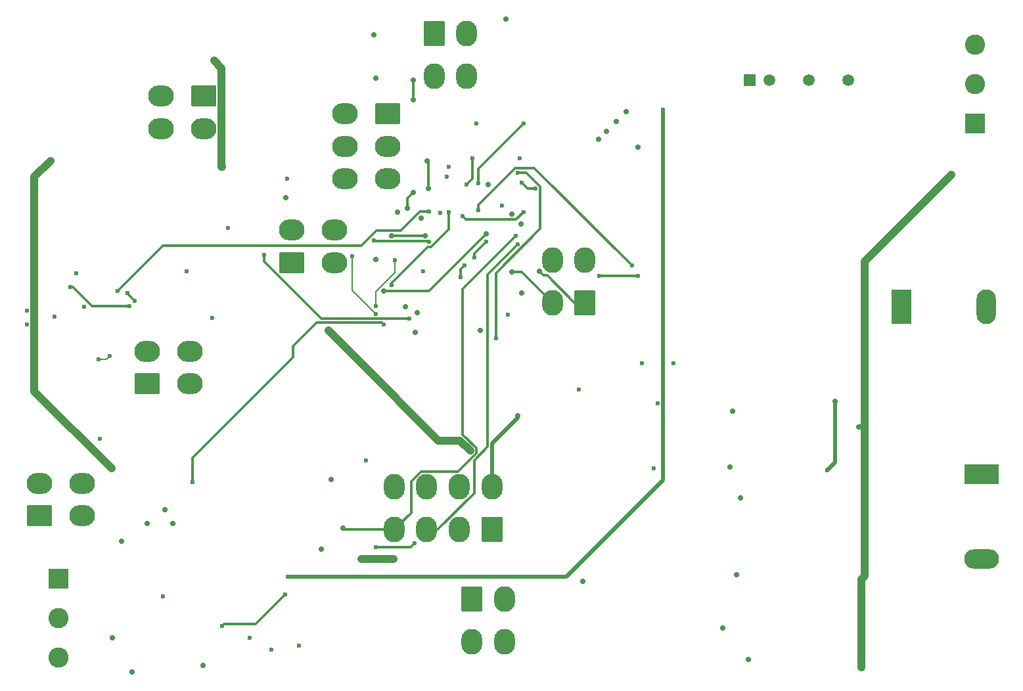
<source format=gbr>
%TF.GenerationSoftware,KiCad,Pcbnew,8.0.0*%
%TF.CreationDate,2024-07-10T23:18:01-07:00*%
%TF.ProjectId,main_relay_board,6d61696e-5f72-4656-9c61-795f626f6172,rev?*%
%TF.SameCoordinates,Original*%
%TF.FileFunction,Copper,L4,Bot*%
%TF.FilePolarity,Positive*%
%FSLAX46Y46*%
G04 Gerber Fmt 4.6, Leading zero omitted, Abs format (unit mm)*
G04 Created by KiCad (PCBNEW 8.0.0) date 2024-07-10 23:18:01*
%MOMM*%
%LPD*%
G01*
G04 APERTURE LIST*
G04 Aperture macros list*
%AMRoundRect*
0 Rectangle with rounded corners*
0 $1 Rounding radius*
0 $2 $3 $4 $5 $6 $7 $8 $9 X,Y pos of 4 corners*
0 Add a 4 corners polygon primitive as box body*
4,1,4,$2,$3,$4,$5,$6,$7,$8,$9,$2,$3,0*
0 Add four circle primitives for the rounded corners*
1,1,$1+$1,$2,$3*
1,1,$1+$1,$4,$5*
1,1,$1+$1,$6,$7*
1,1,$1+$1,$8,$9*
0 Add four rect primitives between the rounded corners*
20,1,$1+$1,$2,$3,$4,$5,0*
20,1,$1+$1,$4,$5,$6,$7,0*
20,1,$1+$1,$6,$7,$8,$9,0*
20,1,$1+$1,$8,$9,$2,$3,0*%
G04 Aperture macros list end*
%TA.AperFunction,ComponentPad*%
%ADD10RoundRect,0.250001X1.099999X1.399999X-1.099999X1.399999X-1.099999X-1.399999X1.099999X-1.399999X0*%
%TD*%
%TA.AperFunction,ComponentPad*%
%ADD11O,2.700000X3.300000*%
%TD*%
%TA.AperFunction,ComponentPad*%
%ADD12RoundRect,0.250001X-1.399999X1.099999X-1.399999X-1.099999X1.399999X-1.099999X1.399999X1.099999X0*%
%TD*%
%TA.AperFunction,ComponentPad*%
%ADD13O,3.300000X2.700000*%
%TD*%
%TA.AperFunction,ComponentPad*%
%ADD14RoundRect,0.250001X-1.099999X-1.399999X1.099999X-1.399999X1.099999X1.399999X-1.099999X1.399999X0*%
%TD*%
%TA.AperFunction,ComponentPad*%
%ADD15R,2.600000X2.600000*%
%TD*%
%TA.AperFunction,ComponentPad*%
%ADD16C,2.600000*%
%TD*%
%TA.AperFunction,ComponentPad*%
%ADD17R,1.500000X1.500000*%
%TD*%
%TA.AperFunction,ComponentPad*%
%ADD18C,1.500000*%
%TD*%
%TA.AperFunction,ComponentPad*%
%ADD19R,4.500000X2.500000*%
%TD*%
%TA.AperFunction,ComponentPad*%
%ADD20O,4.500000X2.500000*%
%TD*%
%TA.AperFunction,ComponentPad*%
%ADD21RoundRect,0.250001X1.399999X-1.099999X1.399999X1.099999X-1.399999X1.099999X-1.399999X-1.099999X0*%
%TD*%
%TA.AperFunction,ComponentPad*%
%ADD22R,2.500000X4.500000*%
%TD*%
%TA.AperFunction,ComponentPad*%
%ADD23O,2.500000X4.500000*%
%TD*%
%TA.AperFunction,ViaPad*%
%ADD24C,0.700000*%
%TD*%
%TA.AperFunction,ViaPad*%
%ADD25C,0.600000*%
%TD*%
%TA.AperFunction,Conductor*%
%ADD26C,1.000000*%
%TD*%
%TA.AperFunction,Conductor*%
%ADD27C,0.500000*%
%TD*%
%TA.AperFunction,Conductor*%
%ADD28C,0.300000*%
%TD*%
%TA.AperFunction,Conductor*%
%ADD29C,0.200000*%
%TD*%
G04 APERTURE END LIST*
D10*
%TO.P,J108,1,Pin_1*%
%TO.N,SWO*%
X168470000Y-79958000D03*
D11*
%TO.P,J108,2,Pin_2*%
%TO.N,SWDCLK*%
X164270000Y-79958000D03*
%TO.P,J108,3,Pin_3*%
%TO.N,SWDIO*%
X168470000Y-74458000D03*
%TO.P,J108,4,Pin_4*%
%TO.N,GND*%
X164270000Y-74458000D03*
%TD*%
D12*
%TO.P,J105,1,Pin_1*%
%TO.N,+3V3*%
X119292000Y-53340000D03*
D13*
%TO.P,J105,2,Pin_2*%
%TO.N,PRECHRG_AUX*%
X119292000Y-57540000D03*
%TO.P,J105,3,Pin_3*%
%TO.N,PRECHRG_PWR*%
X113792000Y-53340000D03*
%TO.P,J105,4,Pin_4*%
%TO.N,GND*%
X113792000Y-57540000D03*
%TD*%
D14*
%TO.P,J106,1,Pin_1*%
%TO.N,CHRG+_PWR*%
X153906000Y-118198000D03*
D11*
%TO.P,J106,2,Pin_2*%
%TO.N,CHRG-_PWR*%
X158106000Y-118198000D03*
%TO.P,J106,3,Pin_3*%
%TO.N,GND*%
X153906000Y-123698000D03*
%TO.P,J106,4,Pin_4*%
X158106000Y-123698000D03*
%TD*%
D10*
%TO.P,J104,1,Pin_1*%
%TO.N,+3V3*%
X156464000Y-109229000D03*
D11*
%TO.P,J104,2,Pin_2*%
X152264000Y-109229000D03*
%TO.P,J104,3,Pin_3*%
%TO.N,HVC+_AUX*%
X148064000Y-109229000D03*
%TO.P,J104,4,Pin_4*%
%TO.N,HVC-_AUX*%
X143864000Y-109229000D03*
%TO.P,J104,5,Pin_5*%
%TO.N,HVC-_PWR*%
X156464000Y-103729000D03*
%TO.P,J104,6,Pin_6*%
%TO.N,HVC+_PWR*%
X152264000Y-103729000D03*
%TO.P,J104,7,Pin_7*%
%TO.N,GND*%
X148064000Y-103729000D03*
%TO.P,J104,8,Pin_8*%
X143864000Y-103729000D03*
%TD*%
D15*
%TO.P,J101,1,Pin_1*%
%TO.N,HSGND*%
X218694000Y-56896000D03*
D16*
%TO.P,J101,2,Pin_2*%
%TO.N,unconnected-(J101-Pin_2-Pad2)*%
X218694000Y-51816000D03*
%TO.P,J101,3,Pin_3*%
%TO.N,V_MTRCTRL*%
X218694000Y-46736000D03*
%TD*%
D14*
%TO.P,J102,1,Pin_1*%
%TO.N,BMS_OUT3*%
X149030000Y-45264000D03*
D11*
%TO.P,J102,2,Pin_2*%
%TO.N,BMS_OUT2*%
X153230000Y-45264000D03*
%TO.P,J102,3,Pin_3*%
%TO.N,BMS_OUT1*%
X149030000Y-50764000D03*
%TO.P,J102,4,Pin_4*%
%TO.N,PUMP_N*%
X153230000Y-50764000D03*
%TD*%
D17*
%TO.P,U701,1,+Vin*%
%TO.N,+5V*%
X189700000Y-51300000D03*
D18*
%TO.P,U701,2,-Vin*%
%TO.N,GND*%
X192240000Y-51300000D03*
%TO.P,U701,4,-Vout*%
%TO.N,HSGND*%
X197320000Y-51300000D03*
%TO.P,U701,6,+Vout*%
%TO.N,HS+5V*%
X202400000Y-51300000D03*
%TD*%
D19*
%TO.P,R717,1*%
%TO.N,Net-(R716-Pad2)*%
X219550000Y-102125000D03*
D20*
%TO.P,R717,2*%
%TO.N,Net-(Q701-D)*%
X219550000Y-113025000D03*
%TD*%
D21*
%TO.P,J110,1,Pin_1*%
%TO.N,+3V3*%
X112014000Y-90424000D03*
D13*
%TO.P,J110,2,Pin_2*%
%TO.N,LATCH_RST*%
X112014000Y-86224000D03*
%TO.P,J110,3,Pin_3*%
%TO.N,SWIM*%
X117514000Y-90424000D03*
%TO.P,J110,4,Pin_4*%
%TO.N,STM8_NRST*%
X117514000Y-86224000D03*
%TD*%
D22*
%TO.P,R716,1*%
%TO.N,V_MTRCTRL*%
X209250000Y-80500000D03*
D23*
%TO.P,R716,2*%
%TO.N,Net-(R716-Pad2)*%
X220150000Y-80500000D03*
%TD*%
D15*
%TO.P,J111,1,Pin_1*%
%TO.N,+24V*%
X100584000Y-115570000D03*
D16*
%TO.P,J111,2,Pin_2*%
%TO.N,unconnected-(J111-Pin_2-Pad2)*%
X100584000Y-120650000D03*
%TO.P,J111,3,Pin_3*%
%TO.N,GND*%
X100584000Y-125730000D03*
%TD*%
D21*
%TO.P,J103,1,Pin_1*%
%TO.N,+3V3*%
X130644000Y-74812000D03*
D13*
%TO.P,J103,2,Pin_2*%
X130644000Y-70612000D03*
%TO.P,J103,3,Pin_3*%
%TO.N,CHARGE_SW*%
X136144000Y-74812000D03*
%TO.P,J103,4,Pin_4*%
%TO.N,IGNITION_SW*%
X136144000Y-70612000D03*
%TD*%
D12*
%TO.P,J107,1,Pin_1*%
%TO.N,+3V3*%
X143002000Y-55608000D03*
D13*
%TO.P,J107,2,Pin_2*%
%TO.N,NSS_SPI1*%
X143002000Y-59808000D03*
%TO.P,J107,3,Pin_3*%
%TO.N,CLK_SPI1*%
X143002000Y-64008000D03*
%TO.P,J107,4,Pin_4*%
%TO.N,MISO_SPI1*%
X137502000Y-55608000D03*
%TO.P,J107,5,Pin_5*%
%TO.N,MOSI_SPI1*%
X137502000Y-59808000D03*
%TO.P,J107,6,Pin_6*%
%TO.N,GND*%
X137502000Y-64008000D03*
%TD*%
D21*
%TO.P,J109,1,Pin_1*%
%TO.N,+24V*%
X98132000Y-107442000D03*
D13*
%TO.P,J109,2,Pin_2*%
%TO.N,IMD_OK_IN*%
X98132000Y-103242000D03*
%TO.P,J109,3,Pin_3*%
%TO.N,IMD_IO_H*%
X103632000Y-107442000D03*
%TO.P,J109,4,Pin_4*%
%TO.N,SAFETY_LOOP_IN*%
X103632000Y-103242000D03*
%TD*%
D24*
%TO.N,HSGND*%
X204100000Y-125125000D03*
X204100000Y-126050000D03*
X204100000Y-126950000D03*
D25*
%TO.N,+5V*%
X130200000Y-115300000D03*
X178550000Y-55100000D03*
%TO.N,GND*%
X131572000Y-124206000D03*
X117094000Y-75946000D03*
X149801000Y-68385000D03*
D24*
X134500000Y-111750000D03*
D25*
X102870000Y-76200000D03*
X160020000Y-61350000D03*
D24*
X154940000Y-83566000D03*
D25*
X122428000Y-70358000D03*
X177292000Y-101346000D03*
D24*
X170180000Y-58928000D03*
D25*
X96520000Y-81026000D03*
X140208000Y-100330000D03*
D24*
X141478000Y-74422000D03*
X189484000Y-125984000D03*
D25*
X114046000Y-117856000D03*
D24*
X145288000Y-80518000D03*
X155956000Y-64770000D03*
X115316000Y-108458000D03*
X172466000Y-56642000D03*
D25*
X105918000Y-97536000D03*
D24*
X160274000Y-78740000D03*
X168144000Y-115921000D03*
X160240000Y-69870000D03*
X112014000Y-108458000D03*
D25*
X96520000Y-82804000D03*
D24*
X108712000Y-110744000D03*
D25*
X177800000Y-92964000D03*
D24*
X187452000Y-93980000D03*
X135750000Y-102750000D03*
X186182000Y-121920000D03*
D25*
X167640000Y-91186000D03*
D24*
X119228000Y-126746000D03*
X146812000Y-81280000D03*
D25*
X130111000Y-64008000D03*
X154432000Y-56896000D03*
D24*
X175300000Y-59937000D03*
D25*
X103886000Y-80518000D03*
X150876000Y-62484000D03*
D24*
X129925000Y-66425000D03*
X114300000Y-106680000D03*
X188468000Y-105156000D03*
X147320000Y-69088000D03*
D25*
X120400000Y-81900000D03*
D24*
X171196000Y-57912000D03*
D25*
X128016000Y-124714000D03*
X179832000Y-87762000D03*
X125285000Y-123177000D03*
D24*
X173736000Y-55372000D03*
D25*
%TO.N,+3V3*%
X158496000Y-81534000D03*
X121666000Y-121666000D03*
D24*
X146558000Y-83820000D03*
X110084000Y-127558000D03*
X187160000Y-101166000D03*
X141224000Y-45466000D03*
X107544000Y-123190000D03*
D25*
X147574000Y-75946000D03*
X150622000Y-63754000D03*
X175768000Y-87762000D03*
X157734000Y-67462000D03*
D24*
X187960000Y-115062000D03*
X159004000Y-68580000D03*
D25*
X100076000Y-81788000D03*
D24*
X144272000Y-68326000D03*
X141478000Y-51054000D03*
X158242000Y-43434000D03*
D25*
X129794000Y-117602000D03*
%TO.N,Net-(U301-PH0)*%
X160528000Y-56896000D03*
X154725880Y-64607000D03*
%TO.N,Net-(U301-NRST)*%
X160528000Y-68326000D03*
X152654000Y-68834000D03*
X170304000Y-76500000D03*
X175300000Y-76500000D03*
%TO.N,HSGND*%
X215646000Y-63500000D03*
D24*
X203708000Y-96012000D03*
D25*
X204470000Y-101600000D03*
D24*
%TO.N,HS+5V*%
X200660000Y-92710000D03*
D25*
X199644000Y-101600000D03*
%TO.N,BMS_OUT1*%
X108204000Y-78486000D03*
D24*
X148076321Y-61716321D03*
D25*
X148390339Y-68249150D03*
D24*
X148301000Y-65224000D03*
%TO.N,BMS_OUT3*%
X145542000Y-67818000D03*
X146304000Y-53848000D03*
X146304000Y-65786000D03*
X146304000Y-51308000D03*
D25*
%TO.N,Net-(U301-PH1)*%
X153209620Y-64709620D03*
X153924000Y-61350000D03*
%TO.N,SAFETY_LOOP_ST*%
X152908000Y-75184000D03*
X145796000Y-82042000D03*
X127128000Y-73786000D03*
X152400000Y-76708000D03*
%TO.N,SAFETY_LOOP_OUT*%
X120650000Y-48768000D03*
X153670000Y-99060000D03*
X135382000Y-83566000D03*
X121666000Y-62484000D03*
X139192000Y-87376000D03*
X139616000Y-113041000D03*
X143764000Y-113030000D03*
%TO.N,VSENSE_OUT*%
X174498000Y-75184000D03*
X154686000Y-68072000D03*
D24*
%TO.N,MISO_SPI1*%
X143510000Y-71374000D03*
X147828000Y-71374000D03*
D25*
%TO.N,HVC+_AUX*%
X146500000Y-111000000D03*
X141514000Y-111500000D03*
X159781354Y-72464361D03*
D24*
%TO.N,SWDCLK*%
X159004000Y-76008000D03*
D25*
%TO.N,HVC+_EN*%
X156972000Y-84582000D03*
X159766000Y-63246000D03*
%TO.N,PRECHRG_AUX*%
X141230050Y-71962000D03*
X155702000Y-72136000D03*
X148336000Y-72136000D03*
X154178000Y-74168000D03*
D24*
%TO.N,SWO*%
X162560000Y-75946000D03*
D25*
%TO.N,HVC-_EN*%
X162052000Y-65278000D03*
X160274000Y-64516000D03*
D24*
%TO.N,HVC-_AUX*%
X137250000Y-109000000D03*
D25*
X159512000Y-71374000D03*
%TO.N,CHRG+_EN*%
X150876000Y-68326000D03*
X143510000Y-77724000D03*
D24*
%TO.N,HVC-_PWR*%
X159766000Y-94585000D03*
D25*
%TO.N,IMD_OK_FINAL*%
X109724620Y-80424620D03*
X102100000Y-78000000D03*
%TO.N,BMS_OK_FINAL*%
X109474000Y-78740000D03*
X110424620Y-79724620D03*
D24*
%TO.N,SAFETY_LOOP_IN*%
X107442000Y-101346000D03*
D25*
X99568000Y-61722000D03*
%TO.N,LATCH_RST*%
X105798257Y-87241743D03*
X107188000Y-86868000D03*
%TO.N,DEBUG_1*%
X144000000Y-74500000D03*
X141514001Y-80385238D03*
%TO.N,DEBUG_2*%
X138500000Y-74000000D03*
X141500000Y-81392000D03*
%TO.N,Net-(U301-PB7)*%
X117856000Y-103124000D03*
D24*
X142494000Y-78486000D03*
X155702000Y-71120000D03*
D25*
X142494000Y-82804000D03*
%TD*%
D26*
%TO.N,HSGND*%
X204470000Y-115230000D02*
X204470000Y-90424000D01*
X204100000Y-115600000D02*
X204470000Y-115230000D01*
X204100000Y-126950000D02*
X204100000Y-115600000D01*
D27*
%TO.N,+5V*%
X178550000Y-55100000D02*
X178550000Y-102850000D01*
X178550000Y-102850000D02*
X166100000Y-115300000D01*
X166100000Y-115300000D02*
X130200000Y-115300000D01*
D28*
%TO.N,+3V3*%
X125984000Y-121412000D02*
X129794000Y-117602000D01*
X121666000Y-121666000D02*
X121920000Y-121412000D01*
X121920000Y-121412000D02*
X125984000Y-121412000D01*
%TO.N,Net-(U301-PH0)*%
X154725880Y-62698120D02*
X154725880Y-64607000D01*
X160528000Y-56896000D02*
X154725880Y-62698120D01*
%TO.N,Net-(U301-NRST)*%
X153100000Y-69280000D02*
X159574000Y-69280000D01*
X170304000Y-76500000D02*
X174101239Y-76500000D01*
X174101239Y-76500000D02*
X175300000Y-76500000D01*
X152654000Y-68834000D02*
X153100000Y-69280000D01*
X159574000Y-69280000D02*
X160528000Y-68326000D01*
D26*
%TO.N,HSGND*%
X204470000Y-95250000D02*
X204470000Y-101600000D01*
X204470000Y-77978000D02*
X204470000Y-74676000D01*
X204470000Y-85852000D02*
X204470000Y-77978000D01*
D28*
X203708000Y-96012000D02*
X204470000Y-95250000D01*
D26*
X204470000Y-74676000D02*
X215646000Y-63500000D01*
X204470000Y-95250000D02*
X204470000Y-85852000D01*
D27*
%TO.N,HS+5V*%
X200660000Y-92710000D02*
X200660000Y-100584000D01*
X200660000Y-100584000D02*
X199644000Y-101600000D01*
D28*
%TO.N,BMS_OUT1*%
X141598811Y-70674000D02*
X144718000Y-70674000D01*
X139660811Y-72612000D02*
X141598811Y-70674000D01*
X148301000Y-61941000D02*
X148076321Y-61716321D01*
X147142850Y-68249150D02*
X148390339Y-68249150D01*
X114078000Y-72612000D02*
X139660811Y-72612000D01*
X144718000Y-70674000D02*
X147142850Y-68249150D01*
X108204000Y-78486000D02*
X114078000Y-72612000D01*
X148301000Y-65224000D02*
X148301000Y-61941000D01*
%TO.N,BMS_OUT3*%
X145542000Y-66548000D02*
X146304000Y-65786000D01*
X145542000Y-67818000D02*
X145542000Y-66548000D01*
X146304000Y-51308000D02*
X146304000Y-53848000D01*
%TO.N,Net-(U301-PH1)*%
X153924000Y-61350000D02*
X153924000Y-63995240D01*
X153924000Y-63995240D02*
X153209620Y-64709620D01*
%TO.N,SAFETY_LOOP_ST*%
X134518544Y-82042000D02*
X145796000Y-82042000D01*
X127128000Y-73786000D02*
X127128000Y-74651456D01*
X152400000Y-76708000D02*
X152400000Y-75692000D01*
X152400000Y-75692000D02*
X152908000Y-75184000D01*
X127128000Y-74651456D02*
X134518544Y-82042000D01*
D26*
%TO.N,SAFETY_LOOP_OUT*%
X139627000Y-113030000D02*
X139616000Y-113041000D01*
X139192000Y-87376000D02*
X149593734Y-97777734D01*
X135382000Y-83566000D02*
X139192000Y-87376000D01*
X152387734Y-97777734D02*
X153670000Y-99060000D01*
X121642000Y-62460000D02*
X121666000Y-62484000D01*
X120650000Y-48768000D02*
X121642000Y-49760000D01*
X143764000Y-113030000D02*
X139627000Y-113030000D01*
X121642000Y-49760000D02*
X121642000Y-62460000D01*
X149593734Y-97777734D02*
X152387734Y-97777734D01*
D28*
%TO.N,VSENSE_OUT*%
X174498000Y-75184000D02*
X161910000Y-62596000D01*
X154686000Y-67406761D02*
X154686000Y-68072000D01*
X159496761Y-62596000D02*
X154686000Y-67406761D01*
X161910000Y-62596000D02*
X159496761Y-62596000D01*
%TO.N,MISO_SPI1*%
X143510000Y-71374000D02*
X147828000Y-71374000D01*
%TO.N,HVC+_AUX*%
X146000000Y-111500000D02*
X146500000Y-111000000D01*
X154178000Y-104519163D02*
X154178000Y-100311000D01*
X155937000Y-76308715D02*
X159781354Y-72464361D01*
X149468163Y-109229000D02*
X154178000Y-104519163D01*
X155937000Y-98552000D02*
X155937000Y-76308715D01*
X154178000Y-100311000D02*
X155937000Y-98552000D01*
X141514000Y-111500000D02*
X146000000Y-111500000D01*
X148064000Y-109229000D02*
X149468163Y-109229000D01*
%TO.N,SWDCLK*%
X160320000Y-76008000D02*
X164270000Y-79958000D01*
X159004000Y-76008000D02*
X160320000Y-76008000D01*
%TO.N,HVC+_EN*%
X160939239Y-63246000D02*
X162702000Y-65008761D01*
X162702000Y-65008761D02*
X162702000Y-70462954D01*
X159766000Y-63246000D02*
X160939239Y-63246000D01*
X162702000Y-70462954D02*
X156972000Y-76192954D01*
X156972000Y-76192954D02*
X156972000Y-84582000D01*
%TO.N,PRECHRG_AUX*%
X141342050Y-72074000D02*
X141230050Y-71962000D01*
X148274000Y-72074000D02*
X141342050Y-72074000D01*
X154178000Y-73660000D02*
X155702000Y-72136000D01*
X154178000Y-74168000D02*
X154178000Y-73660000D01*
X148336000Y-72136000D02*
X148274000Y-72074000D01*
%TO.N,SWO*%
X163616001Y-76454000D02*
X167120001Y-79958000D01*
X163068000Y-76454000D02*
X163616001Y-76454000D01*
X162560000Y-75946000D02*
X163068000Y-76454000D01*
X167120001Y-79958000D02*
X168470000Y-79958000D01*
%TO.N,HVC-_EN*%
X161036000Y-65278000D02*
X160274000Y-64516000D01*
X162052000Y-65278000D02*
X161036000Y-65278000D01*
%TO.N,HVC-_AUX*%
X154447000Y-98738156D02*
X154447000Y-99381844D01*
X159512000Y-71374000D02*
X152709578Y-78176422D01*
X143864000Y-109229000D02*
X137479000Y-109229000D01*
X146050000Y-107043000D02*
X143864000Y-109229000D01*
X152709578Y-97000734D02*
X154447000Y-98738156D01*
X152709578Y-78176422D02*
X152709578Y-97000734D01*
X154447000Y-99381844D02*
X152099844Y-101729000D01*
X152099844Y-101729000D02*
X147359837Y-101729000D01*
X137479000Y-109229000D02*
X137250000Y-109000000D01*
X147359837Y-101729000D02*
X146050000Y-103038837D01*
X146050000Y-103038837D02*
X146050000Y-107043000D01*
%TO.N,CHRG+_EN*%
X148605239Y-72786000D02*
X150876000Y-70515239D01*
X148194000Y-72786000D02*
X148605239Y-72786000D01*
X143510000Y-77470000D02*
X148194000Y-72786000D01*
X143510000Y-77724000D02*
X143510000Y-77470000D01*
X150876000Y-70515239D02*
X150876000Y-68326000D01*
D27*
%TO.N,HVC-_PWR*%
X159766000Y-94585000D02*
X159766000Y-94839000D01*
X156464000Y-98141000D02*
X156464000Y-103729000D01*
X159766000Y-94839000D02*
X156464000Y-98141000D01*
D28*
%TO.N,IMD_OK_FINAL*%
X102100000Y-78000000D02*
X102500000Y-78000000D01*
X104924620Y-80424620D02*
X109724620Y-80424620D01*
X102500000Y-78000000D02*
X104924620Y-80424620D01*
%TO.N,BMS_OK_FINAL*%
X109474000Y-78774000D02*
X110424620Y-79724620D01*
X109474000Y-78740000D02*
X109474000Y-78774000D01*
D26*
%TO.N,SAFETY_LOOP_IN*%
X97520000Y-63770000D02*
X99568000Y-61722000D01*
X97520000Y-91424000D02*
X97520000Y-63770000D01*
X107442000Y-101346000D02*
X97520000Y-91424000D01*
D29*
%TO.N,LATCH_RST*%
X105798257Y-87241743D02*
X106814257Y-87241743D01*
X106814257Y-87241743D02*
X107188000Y-86868000D01*
%TO.N,DEBUG_1*%
X141514001Y-78546760D02*
X144000000Y-76060761D01*
X141514001Y-80385238D02*
X141514001Y-78546760D01*
X144000000Y-76060761D02*
X144000000Y-74500000D01*
%TO.N,DEBUG_2*%
X138500000Y-78392000D02*
X138500000Y-74000000D01*
X141500000Y-81392000D02*
X138500000Y-78392000D01*
D28*
%TO.N,Net-(U301-PB7)*%
X130810000Y-87039156D02*
X130810000Y-85598000D01*
X133858000Y-82550000D02*
X142240000Y-82550000D01*
X117856000Y-99993156D02*
X130810000Y-87039156D01*
X117856000Y-103124000D02*
X117856000Y-99993156D01*
X142494000Y-78486000D02*
X148336000Y-78486000D01*
X130810000Y-85598000D02*
X133858000Y-82550000D01*
X148336000Y-78486000D02*
X155702000Y-71120000D01*
X142240000Y-82550000D02*
X142494000Y-82804000D01*
%TD*%
M02*

</source>
